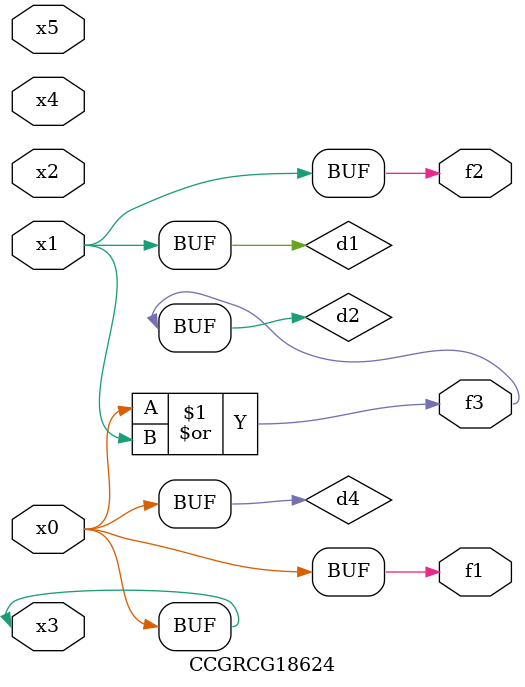
<source format=v>
module CCGRCG18624(
	input x0, x1, x2, x3, x4, x5,
	output f1, f2, f3
);

	wire d1, d2, d3, d4;

	and (d1, x1);
	or (d2, x0, x1);
	nand (d3, x0, x5);
	buf (d4, x0, x3);
	assign f1 = d4;
	assign f2 = d1;
	assign f3 = d2;
endmodule

</source>
